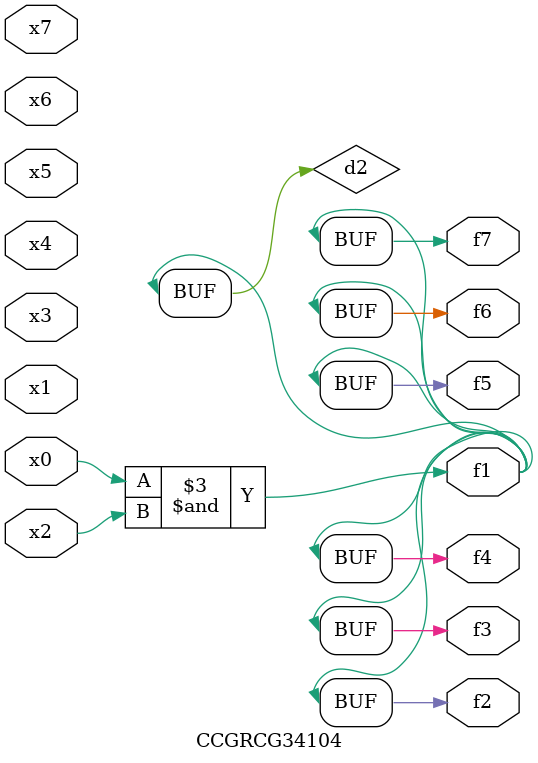
<source format=v>
module CCGRCG34104(
	input x0, x1, x2, x3, x4, x5, x6, x7,
	output f1, f2, f3, f4, f5, f6, f7
);

	wire d1, d2;

	nor (d1, x3, x6);
	and (d2, x0, x2);
	assign f1 = d2;
	assign f2 = d2;
	assign f3 = d2;
	assign f4 = d2;
	assign f5 = d2;
	assign f6 = d2;
	assign f7 = d2;
endmodule

</source>
